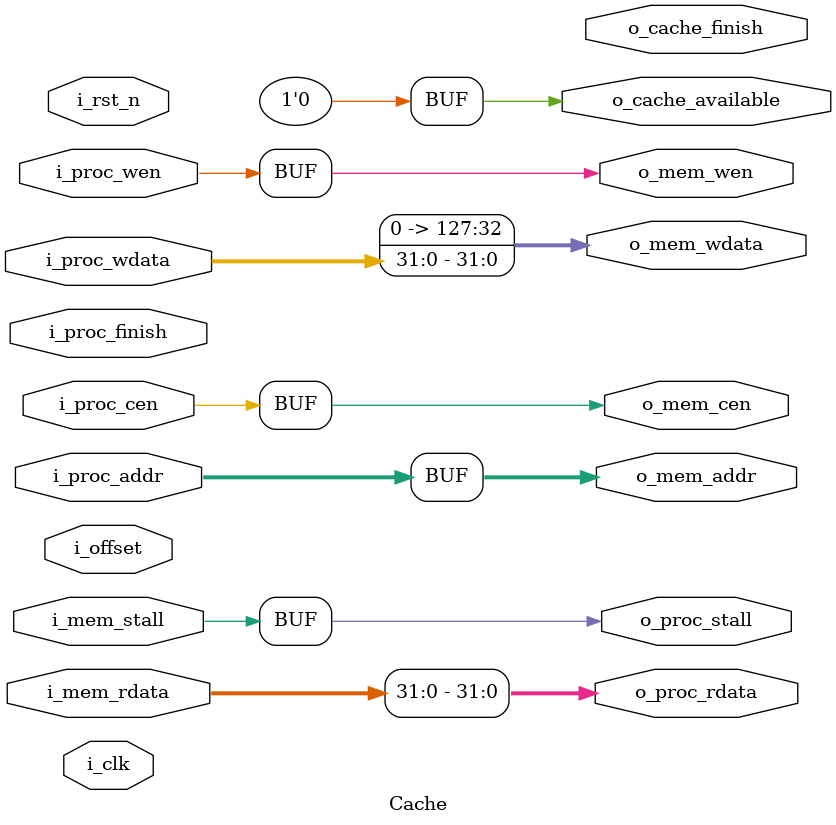
<source format=v>
module CHIP #(                                                                                  //
    parameter BIT_W = 32                                                                        //
)(                                                                                              //
    // clock                                                                                    //
        input               i_clk,                                                              //
        input               i_rst_n,                                                            //
    // instruction memory                                                                       //
        input  [BIT_W-1:0]  i_IMEM_data,                                                        //
        output [BIT_W-1:0]  o_IMEM_addr,                                                        //
        output              o_IMEM_cen,                                                         //
    // data memory                                                                              //
        input               i_DMEM_stall,                                                       //
        input  [BIT_W-1:0]  i_DMEM_rdata,                                                       //
        output              o_DMEM_cen,                                                         //
        output              o_DMEM_wen,                                                         //
        output [BIT_W-1:0]  o_DMEM_addr,                                                        //
        output [BIT_W-1:0]  o_DMEM_wdata,                                                       //
    // finnish procedure                                                                        //
        output              o_finish,                                                           //
    // cache                                                                                    //
        input               i_cache_finish,                                                     //
        output              o_proc_finish                                                       //
);                                                                                              //
//----------------------------- DO NOT MODIFY THE I/O INTERFACE!! ------------------------------//

// ------------------------------------------------------------------------------------------------------------------------------------------------------
// Parameters
// ------------------------------------------------------------------------------------------------------------------------------------------------------

    // TODO: any declaration


// ------------------------------------------------------------------------------------------------------------------------------------------------------
// Wires and Registers
// ------------------------------------------------------------------------------------------------------------------------------------------------------
    
    // TODO: any declaration
        reg [BIT_W-1:0] PC, next_PC;
        wire mem_cen, mem_wen;
        wire [BIT_W-1:0] mem_addr, mem_wdata, mem_rdata;
        wire mem_stall;

    //ID
    reg [4:0]  id_rs1_r, id_rs1_w, id_rs2_r, id_rs2_w, id_rd_r, id_rd_w;
    reg [2:0]  id_func3_r, id_func3_w;
    reg [6:0]  id_func7_r, id_func7_w;
    reg [63:0] id_imm_r, id_imm_w;
    reg id_branch_r, id_branch_w;
    reg id_jump_r, id_jump_w;
    reg id_jr_r, id_jr_w;
    reg id_memread_r, id_memread_w;
    reg id_memtoreg_r, id_memtoreg_w;
    reg [1:0] id_alu_op_r, id_alu_op_w;
    reg id_memwrite_r, id_memwrite_w;
    reg id_alu_src_r, id_alu_src_w;
    reg id_regwrite_r, id_regwrite_w;
    reg id_end_r, id_end_w; 


    //EX
    wire [31:0] rs1_output, rs2_output;
    reg [31:0] ex_pc_cal_w, ex_pc_cal_r;
    reg [31:0] ex_result_w, ex_result_r;
    reg ex_memread_r, ex_memread_w;
    reg ex_memtoreg_r, ex_memtoreg_w;
    reg ex_memwrite_r, ex_memwrite_w;
    reg ex_regwrite_r, ex_regwrite_w;
    reg [4:0] ex_rs1_r, ex_rs1_w;
    reg [4:0] ex_rd_r, ex_rd_w;
    reg ex_branch_r, ex_branch_w;
    reg ex_jump_r, ex_jump_w;
    reg ex_jr_r, ex_jr_w;
    reg ex_end_r, ex_end_w;
    reg [31:0] ex_reg_rs1_r, ex_reg_rs1_w;
    reg [31:0] ex_reg_rs2_r, ex_reg_rs2_w;
    reg [31:0] ex_imm_r, ex_imm_w;

    //MEM
    reg [31:0] mem_out_w, mem_out_r;
    reg [4:0] mem_rs1_w, mem_rs1_r;
    reg [4:0] mem_rd_w, mem_rd_r;
    reg [31:0] mem_result_w, mem_result_r;
    reg mem_memtoreg_w, mem_memtoreg_r;
    reg mem_regwrite_w, mem_regwrite_r;
    reg mem_memread_r, mem_memread_w;
    reg mem_memwrite_r, mem_memwrite_w;
    reg [31:0] mem_reg_rs1_r, mem_reg_rs1_w;
    reg [31:0] mem_reg_rs2_r, mem_reg_rs2_w;
    reg [31:0] mem_imm_r, mem_imm_w;
    reg mem_jump_r, mem_jump_w;
    reg mem_jr_r, mem_jr_w;

    // reg mem_addr_w, mem_addr_r;

    reg state_w, state_r; //0 : normal, 1 : multiply stall


    reg finish_w, finish_r;

    reg wb_regwrite_w, wb_regwrite_r;
    reg [31:0] wb_rdata_w, wb_rdata_r;
    reg [4:0] wb_rd_r, wb_rd_w;

    wire alu_done;
    wire [63:0] alu_output;
    wire alu_valid;

    reg alu_valid_r, alu_valid_w;
// ------------------------------------------------------------------------------------------------------------------------------------------------------
// Continuous Assignment
// ------------------------------------------------------------------------------------------------------------------------------------------------------

    // TODO: any wire assignment

    assign o_IMEM_addr   = PC;
    assign o_IMEM_cen    = 1;
    assign o_DMEM_cen    = mem_memread_r || mem_memwrite_r;
    assign o_DMEM_wen    = mem_memwrite_r;
    assign o_DMEM_addr   = mem_result_r;
    assign o_DMEM_wdata  = mem_reg_rs2_r;
    assign o_finish      = finish_r;
    // assign o_proc_finish =  
    assign alu_valid = state_r;

    wire hazard;
    assign hazard = (i_DMEM_stall == 0 && ex_end_r == 0 && (id_rs1_r != ex_rd_r || id_rs1_r == 0) && (id_rs2_r != ex_rd_r || id_rs2_r == 0) && (id_rs1_r != mem_rd_r || id_rs1_r == 0) && (id_rs2_r != mem_rd_r || id_rs2_r == 0));

// ------------------------------------------------------------------------------------------------------------------------------------------------------
// Submoddules
// ------------------------------------------------------------------------------------------------------------------------------------------------------

    // TODO: Reg_file wire connection
    // FIXME: fixed the input of regfile
    Reg_file reg0(               
        .i_clk  (i_clk),             
        .i_rst_n(i_rst_n),         
        .wen    (wb_regwrite_r),          
        .rs1    (id_rs1_r),                
        .rs2    (id_rs2_r),                
        .rd     (wb_rd_r),                 
        .wdata  (wb_rdata_r),             
        .rdata1 (rs1_output),           
        .rdata2 (rs2_output)
    );

    MULDIV_unit alu0(
        .i_clk(i_clk),
        .i_rst_n(i_rst_n),
        .i_valid(alu_valid_r),
        .i_A(ex_reg_rs1_r),
        .i_B(ex_reg_rs2_r),
        .i_inst(3'd6),
        .o_data(alu_output),
        .o_done(alu_done)
    );

/*
    input                       i_clk,   // clock
    input                       i_rst_n, // reset

    input                       i_valid, // input valid signal
    input [32 - 1 : 0]      i_A,     // input operand A
    input [32 - 1 : 0]      i_B,     // input operand B
    input [         2 : 0]      i_inst,  // instruction

    output [2*32 - 1 : 0]   o_data,  // output value
    output                      o_done   // output valid signal
*/

// ------------------------------------------------------------------------------------------------------------------------------------------------------
// Always Blocks
// ------------------------------------------------------------------------------------------------------------------------------------------------------
    


//TODO: ID

    always @(*) begin
        if(hazard == 0 || state_r) begin
            id_rs1_w      = id_rs1_r;
            id_rs2_w      = id_rs2_r;
            id_rd_w       = id_rd_r;
            id_func3_w    = id_func3_r; 
            id_func7_w    = id_func7_r;
            id_branch_w   = id_branch_r;
            id_memread_w  = id_memread_r;
            id_alu_op_w   = id_alu_op_r;
            id_memwrite_w = id_memwrite_r;
            id_alu_src_w  = id_alu_src_r;
            id_regwrite_w = id_regwrite_r;
            id_imm_w      = id_imm_r;  
            id_jump_w     = id_jump_r;
            id_jr_w       = id_jr_r;
            id_end_w      = id_end_r;  
            id_memtoreg_w = id_memread_r;          
        end
        else if(id_jump_r || ex_jump_r || mem_jump_r) begin
            id_rs1_w      = 0;
            id_rs2_w      = 0;
            id_rd_w       = 0;
            id_func3_w    = 0; 
            id_func7_w    = 0;
            id_branch_w   = 0;
            id_memread_w  = 0;
            id_alu_op_w   = 0;
            id_memwrite_w = 0;
            id_alu_src_w  = 0;
            id_regwrite_w = 0;
            id_imm_w      = 0;  
            id_jump_w     = 0;
            id_jr_w       = 0;
            id_end_w      = 0;
            id_memtoreg_w = 0;  
        end
        else if(ex_result_r == 0 & ex_branch_r == 1) begin
            id_rs1_w      = 0;
            id_rs2_w      = 0;
            id_rd_w       = 0;
            id_func3_w    = 0; 
            id_func7_w    = 0;
            id_branch_w   = 0;
            id_memread_w  = 0;
            id_alu_op_w   = 0;
            id_memwrite_w = 0;
            id_alu_src_w  = 0;
            id_regwrite_w = 0;
            id_imm_w      = 0;  
            id_jump_w     = 0;
            id_jr_w       = 0;
            id_end_w      = 0;  
            id_memtoreg_w = 0;
        end
        else begin
            id_rs1_w   = i_IMEM_data[19:15];
            id_rs2_w   = i_IMEM_data[24:20];
            id_rd_w    = i_IMEM_data[11:7];
            id_func3_w = i_IMEM_data[14:12]; 
            id_func7_w = i_IMEM_data[31:25];
            if(i_IMEM_data[6:0] == 7'b1100011)begin //branch (SB type) //FINISH
                id_branch_w   = 1;
                id_memread_w  = 0;
                id_memtoreg_w = 0;
                id_alu_op_w   = 2'b01;
                id_memwrite_w = 0;
                id_alu_src_w  = 0; // 0 : from another register, 1 : from immediate 
                id_regwrite_w = 0;
                id_imm_w[63:13] = {51{i_IMEM_data[31]}};
                id_imm_w[12]    = i_IMEM_data[31];
                id_imm_w[11]    = i_IMEM_data[7];
                id_imm_w[10:5]  = i_IMEM_data[30:25];
                id_imm_w[4:1]   = i_IMEM_data[11:8];
                id_imm_w[0]     = 0;
                id_jump_w     = 0;
                id_jr_w       = 0;
                id_end_w      = 0;
            end
            else if(i_IMEM_data[6:0] == 7'b0010111)begin //auipc (U type) //FINISH
                id_branch_w   = 0;
                id_memread_w  = 0;
                id_memtoreg_w = 0;
                id_alu_op_w   = 2'b11;
                id_memwrite_w = 0;
                id_alu_src_w  = 1; // 0 : from another register, 1 : from immediate   
                id_regwrite_w = 1;
                id_imm_w[63:32] = 0;
                id_imm_w[31:12] = i_IMEM_data[31:12];
                id_imm_w[11:0]  = 0;      
                id_jump_w       = 0;
                id_jr_w         = 0;
                id_end_w        = 0;
            end
            else if(i_IMEM_data[6:0] == 7'b1101111)begin //jal (UJ type) //FINISH
                id_branch_w   = 0;
                id_memread_w  = 0;
                id_memtoreg_w = 0;
                id_alu_op_w   = 2'b01;
                id_memwrite_w = 0;
                id_alu_src_w  = 1; // 0 : from another register, 1 : from immediate 
                id_regwrite_w = 1;
                if(i_IMEM_data[31] == 0) begin
                    id_imm_w[63:21] = 0;
                end
                else begin
                    id_imm_w[63:21] = {43{1'b1}};
                end
                id_imm_w[20]    = i_IMEM_data[31];
                id_imm_w[19:12] = i_IMEM_data[19:12];
                id_imm_w[11]    = i_IMEM_data[20];
                id_imm_w[10:1]  = i_IMEM_data[30:21];
                id_imm_w[0]     = 0;
                id_jump_w       = 1;
                id_jr_w         = 0;
                id_end_w        = 0;
            end
            else if(i_IMEM_data[6:0] == 7'b1100111)begin //jalr (I type) //FINISH
                id_branch_w     = 0;
                id_memread_w    = 0;
                id_memtoreg_w   = 0;
                id_alu_op_w     = 2'b01;
                id_memwrite_w   = 0;
                id_alu_src_w    = 1;
                id_regwrite_w   = 1;
                if(i_IMEM_data[31] == 0) begin
                    id_imm_w[63:12] = 0;
                end
                else begin
                    id_imm_w[63:12] = {52{1'b1}};
                end
                id_imm_w[11:0]  = i_IMEM_data[31:20];
                id_jump_w       = 1;
                id_jr_w         = 1;
                id_end_w        = 0;
            end
            else if(i_IMEM_data[6:0] == 7'b0000011)begin //lw  (I type) //FINISH
                id_branch_w   = 0;
                id_memread_w  = 1;
                id_memtoreg_w = 1;
                id_alu_op_w   = 2'b00;
                id_memwrite_w = 0;
                id_alu_src_w  = 1; // 0 : from another register, 1 : from immediate 
                id_regwrite_w = 1;
                id_imm_w[63:12] = 0;
                id_imm_w[11:0]  = i_IMEM_data[31:20];
                id_jump_w       = 0;
                id_jr_w         = 0;
                id_end_w        = 0;
            end
            else if(i_IMEM_data[6:0] == 7'b0100011)begin //sw  (S type) //FINISH
                id_branch_w   = 0;
                id_memread_w  = 0;
                id_memtoreg_w = 0;
                id_alu_op_w   = 2'b00;
                id_memwrite_w = 1;
                id_alu_src_w  = 1; // 0 : from another register, 1 : from immediate
                id_regwrite_w = 0;
                id_imm_w[63:12] = 0;
                id_imm_w[11:5]  = i_IMEM_data[31:25];
                id_imm_w[4:0]   = i_IMEM_data[11:7]; 
                id_jump_w       = 0;  
                id_jr_w         = 0;    
                id_end_w        = 0;     
            end
            else if(i_IMEM_data[6:0] == 7'b0010011)begin //addi (I type) //FINISH
                id_branch_w   = 0;
                id_memread_w  = 0;
                id_memtoreg_w = 0;
                id_alu_op_w   = 2'b10;
                id_memwrite_w = 0;
                id_alu_src_w  = 1; // 0 : from another register, 1 : from immediate 
                id_regwrite_w = 1;
                id_imm_w[63:12] = {52{i_IMEM_data[31]}};
                id_imm_w[11:0]  = i_IMEM_data[31:20];
                id_jump_w       = 0;
                id_jr_w         = 0;
                id_end_w        = 0;
            end
            else if(i_IMEM_data[6:0] == 7'b0110011)begin //add  (R type) //FINISH
                id_branch_w   = 0;
                id_memread_w  = 0;
                id_memtoreg_w = 0;
                id_alu_op_w   = 2'b10;
                id_memwrite_w = 0;
                id_alu_src_w  = 0; // 0 : from another register, 1 : from immediate 
                id_regwrite_w = 1;
                id_imm_w      = 0;
                id_jump_w     = 0;
                id_jr_w       = 0;
                id_end_w      = 0;
            end
            else if(i_IMEM_data[6:0] == 7'b1110011)begin //ecall (I type)  //FINISH
                id_branch_w   = 0;
                id_memread_w  = 0;
                id_memtoreg_w = 0;
                id_alu_op_w   = 2'b00;
                id_memwrite_w = 0;
                id_alu_src_w  = 0; // 0 : from another register, 1 : from immediate 
                id_regwrite_w = 0;
                id_imm_w      = 0;
                id_jump_w     = 0;
                id_jr_w       = 0;
                id_end_w      = 1;
            end
            else begin  //FINISH
                id_branch_w   = 0;
                id_memread_w  = 0;
                id_memtoreg_w = 0;
                id_alu_op_w   = 2'b00;
                id_memwrite_w = 0;
                id_alu_src_w  = 0; // 0 : from another register, 1 : from immediate 
                id_regwrite_w = 0;
                id_imm_w      = 0;
                id_jump_w     = 0;
                id_jr_w       = 0;
                id_end_w      = 0;
            end
        end
    end

//TODO: EX



    always @(*) begin
        if(i_DMEM_stall) begin
            ex_pc_cal_w   = ex_pc_cal_r;
            ex_memread_w  = ex_memread_r;
            ex_memtoreg_w = ex_memtoreg_r;
            ex_memwrite_w = ex_memwrite_r;
            ex_regwrite_w = ex_regwrite_r; 
            ex_rd_w       = ex_rd_r;
            ex_branch_w   = ex_branch_r;
            ex_jump_w     = ex_jump_r;
            ex_jr_w       = ex_jr_r;
            ex_end_w      = ex_end_r;
            ex_reg_rs1_w  = ex_reg_rs1_r;
            ex_reg_rs2_w  = ex_reg_rs2_r;
            ex_imm_w      = ex_imm_r;
            ex_result_w   = ex_result_r; 
            ex_rs1_w      = ex_rs1_r;
            state_w       = state_r; 
            alu_valid_w   = 0; 
        end
        // else if(state_r || (id_func3_r === 3'b000 && id_func7_r === 7'b0110011)) begin
        else if(state_r) begin
            ex_pc_cal_w   = ex_pc_cal_r;
            ex_memread_w  = ex_memread_r;
            ex_memtoreg_w = ex_memtoreg_r;
            ex_memwrite_w = ex_memwrite_r;
            ex_regwrite_w = ex_regwrite_r; 
            ex_rd_w       = ex_rd_r;
            ex_branch_w   = ex_branch_r;
            ex_jump_w     = ex_jump_r;
            ex_jr_w       = ex_jr_r;
            ex_end_w      = ex_end_r;
            ex_reg_rs1_w  = ex_reg_rs1_r;
            ex_reg_rs2_w  = ex_reg_rs2_r;
            ex_imm_w      = ex_imm_r;
            ex_result_w   = alu_output[31:0]; 
            ex_rs1_w      = ex_rs1_r;
            alu_valid_w   = 0;
            if(alu_done) begin
                state_w = 0;
            end
            else begin
                state_w = 1;
            end
        end
        else if(ex_result_r == 0 & ex_branch_r == 1) begin
            ex_pc_cal_w   = 0;
            ex_memread_w  = 0;
            ex_memtoreg_w = 0;
            ex_memwrite_w = 0;
            ex_regwrite_w = 0; 
            ex_rd_w       = 0;
            ex_branch_w   = 0;
            ex_jump_w     = 0;
            ex_jr_w       = 0;
            ex_end_w      = 0;
            ex_reg_rs1_w  = 0;
            ex_reg_rs2_w  = 0;
            ex_imm_w      = 0;
            ex_result_w   = 0;   
            state_w       = state_r; 
            alu_valid_w   = 0;   
            ex_rs1_w      = 0;      
        end
        else if((id_rs1_r == ex_rd_r && id_rs1_r != 0) || (id_rs2_r == ex_rd_r && id_rs2_r != 0) || (id_rs1_r == mem_rd_r && id_rs1_r != 0) || (id_rs2_r == mem_rd_r && id_rs2_r != 0)) begin
            ex_pc_cal_w   = 0;
            ex_memread_w  = 0;
            ex_memtoreg_w = 0;
            ex_memwrite_w = 0;
            ex_regwrite_w = 0; 
            ex_rd_w       = 0;
            ex_branch_w   = 0;
            ex_jump_w     = 0;
            ex_jr_w       = 0;
            ex_end_w      = 0;
            ex_reg_rs1_w  = 0;
            ex_reg_rs2_w  = 0;
            ex_imm_w      = 0;
            ex_result_w   = 0;   
            state_w       = state_r;
            alu_valid_w   = 0;
            ex_rs1_w      = 0;        
        end
        else if(i_DMEM_stall == 0 && ex_end_r == 0) begin
            ex_pc_cal_w   = PC + id_imm_r - 4;
            ex_memread_w  = id_memread_r;
            ex_memtoreg_w = id_memtoreg_r;
            ex_memwrite_w = id_memwrite_r;
            ex_regwrite_w = id_regwrite_r; 
            ex_rd_w       = id_rd_r;
            ex_branch_w   = id_branch_r;
            ex_jump_w     = id_jump_r;
            ex_jr_w       = id_jr_r;
            ex_end_w      = id_end_r;
            ex_reg_rs1_w  = rs1_output;
            ex_reg_rs2_w  = rs2_output;
            ex_imm_w      = id_imm_r[31:0];
            ex_rs1_w      = id_rs1_r;
            if(id_alu_src_r == 0) begin // alu source is reg
                if(id_alu_op_r == 2'b00) begin
                    ex_result_w = rs1_output + rs2_output;
                    state_w     = state_r;
                    alu_valid_w = 0;
                end
                else if(id_alu_op_r == 2'b01) begin //branch
                    state_w     = state_r;
                    alu_valid_w = 0;
                    if(id_func3_r == 3'b000) begin  //BEQ
                        if(rs1_output == rs2_output) begin
                            ex_result_w = 0;
                        end
                        else begin
                            ex_result_w = 1;
                        end
                    end
                    else if(id_func3_r == 3'b001) begin //BNE
                        if(rs1_output == rs2_output) begin
                            ex_result_w = 1;
                        end
                        else begin
                            ex_result_w = 0;
                        end
                    end
                    else if(id_func3_r == 3'b100) begin //BLT
                        if($signed(rs1_output) < $signed(rs2_output)) begin
                            ex_result_w = 0;
                        end
                        else begin
                            ex_result_w = 1;
                        end
                    end
                    else if(id_func3_r == 3'b101) begin //BGE
                        if($signed(rs1_output) >= $signed(rs2_output)) begin
                            ex_result_w = 0;
                        end
                        else begin
                            ex_result_w = 1;
                        end
                    end
                    else begin
                        ex_result_w = 1;
                    end
                end
                else if(id_alu_op_r == 2'b10) begin
                    if(id_func3_r == 3'b000 && id_func7_r == 7'b0000000) begin //add
                        ex_result_w = rs1_output + rs2_output;
                        state_w     = state_r;
                        alu_valid_w       = 0;
                    end
                    else if(id_func3_r == 3'b000 && id_func7_r == 7'b0100000) begin //sub
                        ex_result_w = $signed(rs1_output) - $signed(rs2_output);
                        state_w     = state_r;
                        alu_valid_w = 0;
                    end
                    else if(id_func3_r == 3'b100 && id_func7_r == 7'b0000000) begin //xor
                        ex_result_w = rs1_output ^ rs2_output;
                        state_w     = state_r;
                        alu_valid_w = 0;
                    end
                    else if(id_func3_r == 3'b111 && id_func7_r == 7'b0000000) begin //and
                        ex_result_w = rs1_output & rs2_output;
                        state_w     = state_r;
                        alu_valid_w = 0;
                    end
                    else begin //mul
                        ex_result_w = 0; //FIXME: change this into alu in HW2
                        state_w     = 1;
                        alu_valid_w = 1;
                        // state_w     = state_r;
                    end
                end
                else if(id_alu_op_r == 2'b11) begin //Nothing
                    ex_result_w = 0;
                    state_w     = state_r;
                    alu_valid_w = 0;
                end
            end
            else begin           // alu source is imm
                state_w = state_r;
                alu_valid_w = 0;
                if(id_alu_op_r == 2'b00) begin // lw, sw
                    ex_result_w = rs1_output + id_imm_r;
                end
                else if(id_alu_op_r == 2'b01) begin //jal, jalr
                    ex_result_w = PC;
                end
                else if(id_alu_op_r == 2'b10) begin //I type
                    if(id_func3_r == 3'b000) begin // addi
                        ex_result_w = rs1_output + id_imm_r;
                    end
                    else if(id_func3_r == 3'b010) begin //slti
                        if($signed(rs1_output) < $signed(id_imm_r[11:0])) begin
                            ex_result_w = 1;
                        end
                        else begin
                            ex_result_w = 0;
                        end
                    end
                    else if(id_func3_r == 3'b001) begin //slli
                        ex_result_w = rs1_output << id_imm_r;
                    end
                    else if(id_func3_r == 3'b101) begin //srai
                        ex_result_w = $signed(rs1_output) >>> id_imm_r;
                    end
                    else begin //Nothing
                        ex_result_w = 0;
                    end
                end
                else if(id_alu_op_r == 2'b11) begin //auipc
                    ex_result_w = id_imm_r[31:0] + PC - 4;
                end
            end
        end
        else begin
            ex_pc_cal_w   = ex_pc_cal_r;
            ex_memread_w  = ex_memread_r;
            ex_memtoreg_w = ex_memtoreg_r;
            ex_memwrite_w = ex_memwrite_r;
            ex_regwrite_w = ex_regwrite_r; 
            ex_rs1_w      = ex_rs1_r;
            ex_rd_w       = ex_rd_r;
            ex_result_w   = ex_result_r;
            ex_branch_w   = ex_branch_r;
            ex_jump_w     = ex_jump_r;
            ex_jr_w       = ex_jr_r;
            ex_end_w      = ex_end_r;
            ex_reg_rs1_w  = ex_reg_rs1_r;
            ex_reg_rs2_w  = ex_reg_rs2_r;
            ex_imm_w      = ex_imm_r;
            state_w       = state_r;
            alu_valid_w   = 0;
        end
    end
//TODO: MEM

    always @(*) begin
        if(state_r) begin
            mem_rs1_w      = 0;
            mem_rd_w       = 0;
            mem_result_w   = 0;
            mem_memtoreg_w = 0;
            mem_regwrite_w = 0;
            mem_out_w      = 0;
            mem_memread_w  = 0;
            mem_memwrite_w = 0;
            mem_reg_rs1_w  = 0;
            mem_reg_rs2_w  = 0;
            mem_imm_w      = 0;
            mem_jump_w     = 0;
            mem_jr_w       = 0;
        end
        else if(i_DMEM_stall == 0) begin
            mem_rs1_w      = ex_rs1_r;
            mem_rd_w       = ex_rd_r;
            mem_result_w   = ex_result_r;
            mem_memtoreg_w = ex_memtoreg_r;
            mem_regwrite_w = ex_regwrite_r;
            mem_memread_w  = ex_memread_r;
            mem_memwrite_w = ex_memwrite_r;
            mem_reg_rs1_w  = ex_reg_rs1_r;
            mem_reg_rs2_w  = ex_reg_rs2_r;
            mem_imm_w      = ex_imm_r;
            mem_jump_w     = ex_jump_r;
            mem_jr_w       = ex_jr_r;
            if(ex_memread_r || ex_memwrite_r) begin
                if(ex_memread_r) begin
                    mem_out_w  = i_DMEM_rdata; 
                end
                else begin
                    mem_out_w = 0;
                end
            end
            // if(mem_memread_r) begin
            //     if(mem_memread_r) begin
            //         mem_out_w  = i_DMEM_rdata; 
            //     end
            //     else begin
            //         mem_out_w = 0;
            //     end
            // end
            else begin
                mem_out_w = 0;
            end
        end
        else begin
            mem_rs1_w      = mem_rs1_r;
            mem_rd_w       = mem_rd_r;
            mem_result_w   = mem_result_r;
            mem_memtoreg_w = mem_memtoreg_r;
            mem_regwrite_w = mem_regwrite_r;
            mem_out_w      = mem_out_r;
            mem_memread_w  = mem_memread_r;
            mem_memwrite_w = mem_memwrite_r;
            mem_reg_rs1_w  = mem_reg_rs1_r;
            mem_reg_rs2_w  = mem_reg_rs2_r;
            mem_imm_w      = mem_imm_r;
            mem_jump_w     = mem_jump_r;
            mem_jr_w       = mem_jr_r;
        end
    end


//TODO: WB

    always @(*) begin
        wb_rd_w = mem_rd_r;
        if(ex_end_r) begin
            wb_regwrite_w = 0;
            wb_rdata_w    = 0;
        end
        else begin
            if(mem_regwrite_r) begin
                if(mem_memtoreg_r) begin
                    wb_regwrite_w = 1;
                    // wb_rdata_w = mem_out_r;
                    wb_rdata_w = i_DMEM_rdata;
                end
                else begin
                    wb_regwrite_w = 1;
                    wb_rdata_w = mem_result_r;
                end
            end
            else begin
                wb_regwrite_w = 0;
                wb_rdata_w = 0;
            end
        end
    end

//TODO: Branch
    always @(*) begin
        if(i_DMEM_stall == 0 && ex_end_r == 0 && state_r == 0) begin 
            if(ex_branch_r && ex_result_r == 0) begin
                next_PC = ex_pc_cal_r;
            end
            else if(mem_jump_r) begin
                if(mem_jr_r) begin //jalr
                    if(mem_rs1_r == wb_rd_r && wb_regwrite_r) begin
                        next_PC = wb_rdata_r + mem_imm_r;
                    end
                    else begin
                        next_PC = mem_reg_rs1_r + mem_imm_r;
                    end

                end
                else begin //jal
                    next_PC = PC + mem_imm_r - 12;
                end
            end
            else begin
                if((id_rs1_r != ex_rd_r || id_rs1_r == 0) && (id_rs2_r != ex_rd_r || id_rs2_r == 0) && (id_rs1_r != mem_rd_r || id_rs1_r == 0) && (id_rs2_r != mem_rd_r || id_rs2_r == 0)) begin
                    next_PC = PC + 4;
                end
                else begin
                    next_PC = PC;
                end
            end
        end
        else begin
            next_PC = PC;
        end
    end


    always @(*) begin
        if(ex_end_r) begin
            finish_w = 1;
        end 
        else begin
            finish_w = 0;
        end
    end

    // Todo: any combinational/sequential circuit

    always @(posedge i_clk or negedge i_rst_n) begin
        if (!i_rst_n) begin
            PC <= 32'h00010000; // Do not modify this value!!!
            id_rs1_r       <= 0;
            id_rs2_r       <= 0;
            id_rd_r        <= 0;
            id_branch_r    <= 0;
            id_memread_r   <= 0;
            id_memtoreg_r  <= 0;
            id_alu_op_r    <= 0;
            id_memwrite_r  <= 0;
            id_alu_src_r   <= 0;
            id_regwrite_r  <= 0;
            id_func3_r     <= 0;
            id_func7_r     <= 0;
            id_jump_r      <= 0;
            id_jr_r        <= 0;
            id_end_r       <= 0;
            id_imm_r       <= 0;
            ex_pc_cal_r    <= 0;
            ex_memread_r   <= 0;
            ex_memtoreg_r  <= 0;
            ex_memwrite_r  <= 0;
            ex_regwrite_r  <= 0; 
            ex_rs1_r       <= 0;
            ex_rd_r        <= 0;
            ex_result_r    <= 0;
            ex_branch_r    <= 0;
            ex_reg_rs1_r   <= 0;
            ex_reg_rs2_r   <= 0;
            ex_imm_r       <= 0;
            ex_end_r       <= 0;
            ex_jump_r      <= 0;
            ex_jr_r        <= 0;
            mem_rs1_r      <= 0;
            mem_rd_r       <= 0;
            mem_result_r   <= 0;
            mem_memtoreg_r <= 0;
            mem_regwrite_r <= 0;
            mem_out_r      <= 0;
            mem_memread_r  <= 0;
            mem_memwrite_r <= 0;
            mem_reg_rs1_r  <= 0;
            mem_reg_rs2_r  <= 0;
            mem_imm_r      <= 0;
            mem_jump_r     <= 0;
            mem_jr_r       <= 0;
            wb_rdata_r     <= 0;
            wb_regwrite_r  <= 0;
            wb_rd_r        <= 0;
            finish_r       <= 0;
            state_r        <= 0;
            alu_valid_r    <= 0;
        end
        else begin
            PC             <= next_PC;
            id_rs1_r       <= id_rs1_w;
            id_rs2_r       <= id_rs2_w;
            id_rd_r        <= id_rd_w;
            id_branch_r    <= id_branch_w;
            id_memread_r   <= id_memread_w;
            id_memtoreg_r  <= id_memtoreg_w;
            id_alu_op_r    <= id_alu_op_w;
            id_memwrite_r  <= id_memwrite_w;
            id_alu_src_r   <= id_alu_src_w;
            id_regwrite_r  <= id_regwrite_w;
            id_func3_r     <= id_func3_w;
            id_func7_r     <= id_func7_w;
            id_jump_r      <= id_jump_w;
            id_jr_r        <= id_jr_w;
            id_end_r       <= id_end_w;
            id_imm_r       <= id_imm_w;
            ex_pc_cal_r    <= ex_pc_cal_w;
            ex_memread_r   <= ex_memread_w;
            ex_memtoreg_r  <= ex_memtoreg_w;
            ex_memwrite_r  <= ex_memwrite_w;
            ex_regwrite_r  <= ex_regwrite_w; 
            ex_rs1_r       <= ex_rs1_w;
            ex_rd_r        <= ex_rd_w;
            ex_result_r    <= ex_result_w;
            ex_branch_r    <= ex_branch_w;
            ex_reg_rs1_r   <= ex_reg_rs1_w;
            ex_reg_rs2_r   <= ex_reg_rs2_w;
            ex_imm_r       <= ex_imm_w;
            ex_end_r       <= ex_end_w;
            ex_jump_r      <= ex_jump_w;
            ex_jr_r        <= ex_jr_w;
            mem_rs1_r      <= mem_rs1_w;
            mem_rd_r       <= mem_rd_w;
            mem_result_r   <= mem_result_w;
            mem_memtoreg_r <= mem_memtoreg_w;
            mem_regwrite_r <= mem_regwrite_w;
            mem_out_r      <= mem_out_w;
            mem_memread_r  <= mem_memread_w;
            mem_memwrite_r <= mem_memwrite_w;
            mem_reg_rs1_r  <= mem_reg_rs1_w;
            mem_reg_rs2_r  <= mem_reg_rs2_w;
            mem_imm_r      <= mem_imm_w;
            mem_jump_r     <= mem_jump_w;
            mem_jr_r       <= mem_jr_w;
            wb_rdata_r     <= wb_rdata_w;
            wb_regwrite_r  <= wb_regwrite_w;
            wb_rd_r        <= wb_rd_w;
            finish_r       <= finish_w;
            state_r        <= state_w;
            alu_valid_r    <= alu_valid_w;
        end
    end
endmodule

module Reg_file(i_clk, i_rst_n, wen, rs1, rs2, rd, wdata, rdata1, rdata2);
   
    parameter BITS = 32;
    parameter word_depth = 32;
    parameter addr_width = 5; // 2^addr_width >= word_depth
    
    input i_clk, i_rst_n, wen; // wen: 0:read | 1:write
    input [BITS-1:0] wdata;
    input [addr_width-1:0] rs1, rs2, rd;

    output [BITS-1:0] rdata1, rdata2;

    reg [BITS-1:0] mem [0:word_depth-1];
    reg [BITS-1:0] mem_nxt [0:word_depth-1];

    integer i;

    assign rdata1 = mem[rs1];
    assign rdata2 = mem[rs2];

    wire [31:0] _x0, _x1, _x2, _x3, _x4, _x5, _x6, _x7, _x8, _x9, _x10, _x11, _x12, _x13, _x14, _x15, _x16, _x17, _x18, _x19, _x20;
    wire [31:0] _x21, _x22, _x23, _x24, _x25, _x26, _x27, _x28, _x29, _x30, _x31;

    assign _x0 = mem[0];
    assign _x1 = mem[1];
    assign _x2 = mem[2];
    assign _x3 = mem[3];
    assign _x4 = mem[4];
    assign _x5 = mem[5];
    assign _x6 = mem[6];
    assign _x7 = mem[7];
    assign _x8 = mem[8];
    assign _x9 = mem[9];
    assign _x10 = mem[10];
    assign _x11 = mem[11];
    assign _x12 = mem[12];
    assign _x13 = mem[13];
    assign _x14 = mem[14];
    assign _x15 = mem[15];
    assign _x16 = mem[16];
    assign _x17 = mem[17];
    assign _x18 = mem[18];
    assign _x19 = mem[19];
    assign _x20 = mem[20];
    assign _x21 = mem[21];
    assign _x22 = mem[22];
    assign _x23 = mem[23];
    assign _x24 = mem[24];
    assign _x25 = mem[25];
    assign _x26 = mem[26];
    assign _x27 = mem[27];
    assign _x28 = mem[28];
    assign _x29 = mem[29];
    assign _x30 = mem[30];
    assign _x31 = mem[31];

    always @(*) begin
        for (i=0; i<word_depth; i=i+1)
            mem_nxt[i] = (wen && (rd == i)) ? wdata : mem[i];
    end

    always @(negedge i_clk or negedge i_rst_n) begin
        if (!i_rst_n) begin
            mem[0] <= 0;
            for (i=1; i<word_depth; i=i+1) begin
                case(i)
                    32'd2: mem[i] <= 32'hbffffff0;
                    32'd3: mem[i] <= 32'h10008000;
                    default: mem[i] <= 32'h0;
                endcase
            end
        end
        else begin
            mem[0] <= 0;
            for (i=1; i<word_depth; i=i+1)
                mem[i] <= mem_nxt[i];
        end       
    end
endmodule


module MULDIV_unit(
    input                       i_clk,   // clock
    input                       i_rst_n, // reset

    input                       i_valid, // input valid signal
    input [32 - 1 : 0]      i_A,     // input operand A
    input [32 - 1 : 0]      i_B,     // input operand B
    input [         2 : 0]      i_inst,  // instruction

    output [2*32 - 1 : 0]   o_data,  // output value
    output                      o_done   // output valid signal
);
// Do not Modify the above part !!!

// Parameters
    // ======== choose your FSM style ==========
    // 1. FSM based on operation cycles
    parameter S_IDLE           = 2'd0;
    parameter S_ONE_CYCLE_OP   = 2'd1;
    parameter S_MULTI_CYCLE_OP = 2'd2;
    // 2. FSM based on operation modes
    parameter INS_ADD  = 3'd0;
    parameter INS_SUB  = 3'd1;
    parameter INS_AND  = 3'd2;
    parameter INS_OR   = 3'd3;
    parameter INS_SLT  = 3'd4;
    parameter INS_SRA  = 3'd5;
    parameter INS_MUL  = 3'd6;
    parameter INS_DIV  = 3'd7;

// Wires & Regs
    // Todo
    // state
    reg  [         1: 0] state, state_nxt; // remember to expand the bit width if you want to add more states!
    // load input
    reg  [  32-1: 0] operand_a, operand_a_nxt;
    reg  [  32-1: 0] operand_b, operand_b_nxt;
    reg  [  32-1: 0] sum;
    reg  [  32-1: 0] minus;
    reg  [         2: 0] inst, inst_nxt;
    reg  [15:0] counter_r, counter_w;

// Wire Assignments
    // Todo
    reg [2*32 - 1 : 0] out_w, out_r;
    reg done_w, done_r;
    assign o_data = out_r;
    assign o_done = done_r;
    reg [2*32 - 1 : 0] alu_w, alu_r;
    
// Always Combination
    // load input
    always @(*) begin
        if (i_valid) begin
            operand_a_nxt = i_A;
            operand_b_nxt = i_B;
            inst_nxt      = i_inst;
        end
        else begin
            operand_a_nxt = operand_a;
            operand_b_nxt = operand_b;
            inst_nxt      = inst;
        end
    end
    // Todo: FSM
    always @(*) begin
        case(state)
            S_IDLE           :begin
                if(i_valid) begin
                    if(i_inst === 3'b111 || i_inst === 3'b110) begin
                        state_nxt = S_MULTI_CYCLE_OP;
                    end
                    else begin
                        state_nxt = S_ONE_CYCLE_OP;
                    end
                end
                else begin
                    state_nxt = state;
                end
                done_w = 1'b0;
            end
            S_ONE_CYCLE_OP   :begin
                state_nxt = S_IDLE;
                done_w = 1'b1;
            end
            S_MULTI_CYCLE_OP : begin
                if(counter_r == 31) begin
                    state_nxt = S_IDLE;
                    done_w = 1'b1;
                end
                else begin
                    state_nxt = state;
                    done_w = 1'b0;
                end
            end
            default : begin
                state_nxt = state;
                done_w = 1'b0;
            end
        endcase
    end 
    // Todo: Counter
    always @(*) begin
        case(state)
            S_IDLE: begin
                alu_w = 0;
                out_w = 0;
            end
            S_ONE_CYCLE_OP: begin
                alu_w = alu_r;
                case(i_inst) 
                    INS_ADD: begin
                        if((sum[31] && !operand_a[31] && !operand_b[31]) || (!sum[31] && operand_a[31] && operand_b[31])) begin
                            out_w[31 : 0] = operand_a[31] ? {1'b1, 31'b0} : {1'b0, 31'b111_1111_1111_1111_1111_1111_1111_1111};
                            out_w[63:32] = 32'b0;
                        end
                        else begin
                            out_w = sum;
                        end
                    end
                    INS_SUB: begin
                        if((minus[31] && !operand_a[31] && operand_b[31]) || (!minus[31] && operand_a[31] && !operand_b[31])) begin
                            out_w[31 : 0] = !operand_b[31] ? {1'b1, 31'b0} : {1'b0, 31'b111_1111_1111_1111_1111_1111_1111_1111};
                            out_w[63 : 32] = 32'b0;
                        end
                        else begin
                            out_w = minus;
                        end              
                    end
                    INS_AND: begin
                        out_w[31 : 0] = operand_a & operand_b;
                        out_w[63 : 32] = 32'b0;
                    end
                    INS_OR: begin
                        out_w[31 : 0] = operand_a | operand_b;
                        out_w[63 : 32] = 32'b0;
                    end
                    INS_SLT: begin
                        if($signed(operand_a) < $signed(operand_b)) begin
                            out_w[0] = 1;
                            out_w[63 : 1] = 0;
                        end
                        else begin
                            out_w = 0;
                        end
                    end
                    INS_SRA: begin
                        out_w[31:0] = $signed(operand_a) >>> operand_b;
                        // if(operand_a >= 0) begin
                        //     out_w[31:0] = operand_a >>> operand_b;
                        // end
                        // else begin
                        //     if(operand_b < 32) begin
                        //         out_w[31:0] = { {operand_b{1'b1}}, operand_a[31:operand_b]};
                        //     end
                        //     else begin
                        //         out_w[31:0] = 32'hffffffff;
                        //     end
                        // end
                        out_w[63:32] = 32'd0;
                    end
                    default: begin
                        out_w = 0;
                    end
                endcase
            end
            S_MULTI_CYCLE_OP: begin
                case(inst) 
                    INS_MUL: begin
                        // out_w[63:0] = alu_r[64:1];
                        out_w[63:0] = alu_w[63:0];
                        if(counter_r == 0) begin
                            alu_w[30:0] = operand_b[31:1];
                            alu_w[62:31] = operand_b[0] ? (operand_a + 32'd0) : 32'd0;
                            alu_w[63] = 0;
                        end
                        else if(counter_r < 32) begin
                            alu_w[30:0] = alu_r[31:1];
                            alu_w[63:31] = alu_r[63:32] + (alu_r[0] ? operand_a : 32'd0);
                        end
                        else begin
                            alu_w = alu_r;
                        end
                    end
                    INS_DIV: begin
                        if(operand_a < operand_b) begin
                            alu_w = alu_r;
                            out_w = {operand_a, 32'd0};
                        end
                        else if(operand_b == 1) begin
                            alu_w = alu_r;
                            out_w = {32'd0, operand_a};
                        end
                        else begin
                            out_w[31: 0] = alu_w[31 : 0];
                            out_w[62 : 32] = alu_w[63 : 33];
                            out_w[63] = 1'b0;
                            if(counter_r == 0) begin
                                alu_w[63:34] = 30'd0;
                                alu_w[33:2] =  operand_a;
                                alu_w[1:0] = 1'b0;
                            end
                            else if(counter_r < 32) begin
                                // alu_w = (alu_r + operand_a) >> 1;
                                if(alu_r[63:32] >= operand_b) begin
                                    alu_w[63:33] = (alu_r[63:32] - operand_b);
                                    alu_w[32:1] = alu_r[31:0];
                                    alu_w[0] = 1;
                                end
                                else begin
                                    alu_w = alu_r << 1;
                                end
                            end
                            else begin
                                alu_w = alu_r;
                            end    
                        end
                    end
                    default: begin
                        out_w = 0;
                        alu_w = alu_r;
                    end
                endcase
            end
            default: begin
                out_w = 0;
                alu_w = alu_r;
            end
        endcase
    end

    // Todo: ALU output
    always @(*) begin
        case(state)
            S_IDLE: begin
                counter_w = 0;
            end
            S_ONE_CYCLE_OP: begin
                counter_w = counter_r + 1;
            end
            S_MULTI_CYCLE_OP: begin
                counter_w = counter_r + 1;
            end
            default: begin
                counter_w = 0;
            end
        endcase
    end
    
    // Todo: output valid signal

    // Todo: Sequential always block
    always @(posedge i_clk or negedge i_rst_n) begin
        if (!i_rst_n) begin
            state       <= S_IDLE;
            operand_a   <= 0;
            operand_b   <= 0;
            inst        <= 0;
            counter_r   <= 0;
            alu_r       <= 0;
            sum         <= 0;
            minus       <= 0;
            out_r       <= 0;
            done_r      <= 0;
        end
        else begin
            state       <= state_nxt;
            operand_a   <= operand_a_nxt;
            operand_b   <= operand_b_nxt;
            inst        <= inst_nxt;
            counter_r   <= counter_w;
            alu_r       <= alu_w;
            sum         <= operand_a_nxt + operand_b_nxt;
            minus       <= $signed(operand_a_nxt) - $signed(operand_b_nxt);
            out_r       <= out_w;
            done_r      <= done_w;
        end
    end

endmodule

/*
module Cache#(
        parameter BIT_W = 32,
        parameter ADDR_W = 32
    )(
        input i_clk,
        input i_rst_n,
        // processor interface
            input i_proc_cen,
            input i_proc_wen,
            input [ADDR_W-1:0] i_proc_addr,
            input [BIT_W-1:0]  i_proc_wdata,
            output [BIT_W-1:0] o_proc_rdata,
            output o_proc_stall,
            input i_proc_finish,
            output o_cache_finish,
        // memory interface
            output o_mem_cen,
            output o_mem_wen,
            output [ADDR_W-1:0] o_mem_addr,
            output [BIT_W*4-1:0]  o_mem_wdata,
            input [BIT_W*4-1:0] i_mem_rdata,
            input i_mem_stall,
            output o_cache_available,
        // others
        input  [ADDR_W-1: 0] i_offset
    );

    localparam S_IDLE    = 3'd0;
    localparam S_R_HIT   = 3'd1;
    localparam S_R_MISS  = 3'd2;
    localparam S_R_FETCH = 3'd3;
    localparam S_W_HIT   = 3'd4;
    localparam S_W_MISS  = 3'd5;
    localparam S_W_FETCH = 3'd6;
    localparam S_W_WB    = 3'd7;

    assign o_cache_available = 1; // change this value to 1 if the cache is implemented

    
    //------------------------------------------//
    //          default connection              //
    assign o_mem_cen = i_proc_cen;              //
    assign o_mem_wen = i_proc_wen;              //
    assign o_mem_addr = i_proc_addr;            //
    assign o_mem_wdata = i_proc_wdata;          //
    assign o_proc_rdata = i_mem_rdata[0+:BIT_W];//
    assign o_proc_stall = i_mem_stall;          //
    //------------------------------------------//
    

    // Todo: BONUS
    integer i;
    localparam SRAM_BIT = 26+1+128; //MSB: valid,  [31:0] : data 
    localparam SRAM_SIZE = 4;
    reg [SRAM_BIT-1 : 0] sram_w [SRAM_SIZE-1 : 0];
    reg [SRAM_BIT-1 : 0] sram_r [SRAM_SIZE-1 : 0];
    reg [BIT_W-1:0] out_data_r, out_data_w;
    reg [ADDR_W-1:0] out_mem_addr_r, out_mem_addr_w;
    reg [BIT_W-1:0] out_mem_wdata_r, out_mem_wdata_w;
    reg out_stall_r, out_stall_w;
    reg out_mem_cen_r, out_mem_cen_w;
    reg out_mem_wen_r, out_mem_wen_w;

    reg [2:0] state_r, state_w;

    reg [31:0] out_data;

    reg [127:0] out_m_data;

    reg [127:0] data;

    wire [31:0] addr_offset;

    assign o_mem_cen    = out_mem_cen_r;
    assign o_mem_wen    = out_mem_wen_r;
    
    // assign o_mem_wdata  = out_mem_wdata_r;
    assign o_mem_wdata  = out_m_data;
    assign o_proc_rdata = out_data;
    // assign o_proc_stall = out_stall_r;
    assign o_proc_stall = (state_r != 3'd0);
    assign addr_offset  = i_proc_addr - i_offset;
    assign o_mem_addr   = {addr_offset[31:4], 4'b0000} + i_offset;


    always@(*) begin
        if(S_R_HIT && i_proc_cen) begin
            if(addr_offset[3:2] == 0) begin
                out_data = sram_r[addr_offset[5:4]][31:0];
            end
            else if(addr_offset[3:2] == 1) begin
                out_data = sram_r[addr_offset[5:4]][63:32];
            end
            else if(addr_offset[3:2] == 2) begin
                out_data = sram_r[addr_offset[5:4]][95:64];
            end
            else begin
                out_data = sram_r[addr_offset[5:4]][127:96];
            end
        end
        else begin
            out_data = 0;
        end
    end

    always@(*) begin
        if(addr_offset[3:2] == 0) begin
            data[127 : 96] = sram_r[addr_offset[5:4]][127 : 96];
            data[ 95 : 64] = sram_r[addr_offset[5:4]][ 95 : 64];
            data[ 63 : 32] = sram_r[addr_offset[5:4]][ 63 : 32];
            data[ 31 :  0] = i_proc_wdata; 

        end
        else if(addr_offset[3:2] == 1) begin
            data[127 : 96] = sram_r[addr_offset[5:4]][127 : 96];
            data[ 95 : 64] = sram_r[addr_offset[5:4]][ 95 : 64];
            data[ 63 : 32] = i_proc_wdata;
            data[ 31 :  0] = sram_r[addr_offset[5:4]][ 31 :  0]; 

        end
        else if(addr_offset[3:2] == 2) begin
            data[127 : 96] = sram_r[addr_offset[5:4]][127 : 96];
            data[ 95 : 64] = i_proc_wdata;
            data[ 63 : 32] = sram_r[addr_offset[5:4]][ 63 : 32];
            data[ 31 :  0] = sram_r[addr_offset[5:4]][ 31 :  0]; 

        end
        else begin
            data[127 : 96] = i_proc_wdata;
            data[ 95 : 64] = sram_r[addr_offset[5:4]][ 95 : 64];
            data[ 63 : 32] = sram_r[addr_offset[5:4]][ 63 : 32];
            data[ 31 :  0] = sram_r[addr_offset[5:4]][ 31 :  0]; 
        end
    end

    always@(*) begin
        if(i_proc_wen && i_proc_cen) begin
            if(addr_offset[3:2] == 0) begin
                out_m_data[127:32] = sram_r[addr_offset[5:4]][127:32];
                out_m_data[31:0]   = i_proc_wdata;
            end
            else if(addr_offset[3:2] == 1) begin
                out_m_data[127:64] = sram_r[addr_offset[5:4]][127:64];
                out_m_data[63:32]  = i_proc_wdata;
                out_m_data[31:0]   = sram_r[addr_offset[5:4]][31:0];
            end
            else if(addr_offset[3:2] == 2) begin
                out_m_data[127:96] = sram_r[addr_offset[5:4]][127:96];
                out_m_data[95:64]  = i_proc_wdata;
                out_m_data[63:0]   = sram_r[addr_offset[5:4]][63:0]; 
            end
            else begin
                out_m_data[127:96] = i_proc_wdata;
                out_m_data[95:0]   = sram_r[addr_offset[5:4]][95:0];
            end
        end
        else begin
            out_m_data = 0;
        end
    end

    always@(*) begin
        case(state_r) 
            S_IDLE: begin
                out_mem_cen_w = 0;
                out_mem_wen_w = 0;
                for (i=0; i<4; i=i+1) begin
                    sram_w[i] = sram_r[i];
                end
                if(i_proc_wen && i_proc_cen) begin
                    out_stall_w = 1;
                    if(sram_r[addr_offset[5:4]][SRAM_BIT-1] == 1) begin
                        if(sram_r[addr_offset[5:4]][SRAM_BIT-2 : 128] == addr_offset[31:6]) begin
                            state_w = S_W_HIT;                     
                        end
                        else begin
                            state_w = S_W_MISS;
                        end
                    end
                    else begin
                        state_w = S_W_MISS;
                    end
                end
                else if(i_proc_cen && !i_proc_wen) begin
                    out_stall_w = 1;
                    if(sram_r[addr_offset[5:4]][SRAM_BIT-1] == 1) begin
                        if(sram_r[addr_offset[5:4]][SRAM_BIT-2 : 128] == addr_offset[31:6]) begin
                            state_w = S_R_HIT;                     
                        end
                        else begin
                            state_w = S_R_MISS;
                        end
                    end    
                    else begin
                        state_w = S_R_MISS;
                    end                
                end
                else begin
                    out_stall_w = 0;
                    state_w = S_IDLE;
                end

            end
            S_R_HIT: begin
                out_mem_cen_w = 0;
                out_mem_wen_w = 0;
                out_stall_w = 1;
                state_w = S_IDLE;
                for (i=0; i<4; i=i+1) begin
                    sram_w[i] = sram_r[i];
                end
            end
            S_R_MISS: begin
                state_w = S_R_FETCH;
                out_mem_addr_w  = i_proc_addr;
                out_mem_cen_w   = 1;
                out_mem_wen_w   = 0;
                out_stall_w     = 1;
                for (i=0; i<4; i=i+1) begin
                    sram_w[i] = sram_r[i];
                end
            end
            S_R_FETCH: begin
                out_mem_addr_w = out_mem_addr_r;
                out_mem_cen_w = 1;
                out_mem_wen_w = 0;
                if(i_mem_stall) begin
                    out_stall_w = 1;
                    state_w = S_R_FETCH;
                    for (i=0; i<4; i=i+1) begin
                        sram_w[i] = sram_r[i];
                    end
                end
                else begin
                    case(addr_offset[5:4])
                        2'd0: begin
                            sram_w[0] = {1, addr_offset[31:16], i_mem_rdata};
                            sram_w[1] = sram_r[1];
                            sram_w[2] = sram_r[2];
                            sram_w[3] = sram_r[3];
                        end
                        2'd1: begin
                            sram_w[0] = sram_r[0];
                            sram_w[1] = {1, addr_offset[31:16], i_mem_rdata};
                            sram_w[2] = sram_r[2];
                            sram_w[3] = sram_r[3];
                        end
                        2'd2: begin
                            sram_w[0] = sram_r[0];
                            sram_w[1] = sram_r[1];
                            sram_w[2] = {1, addr_offset[31:16], i_mem_rdata};
                            sram_w[3] = sram_r[3];
                        end
                        2'd3: begin
                            sram_w[0] = sram_r[0];
                            sram_w[1] = sram_r[1];
                            sram_w[2] = sram_r[2];
                            sram_w[3] = {1, addr_offset[31:16], i_mem_rdata};
                        end
                    endcase
                    out_stall_w = 0;
                    state_w = S_R_HIT;
                end
            end
            S_W_HIT: begin
                state_w = S_W_WB;
                out_mem_addr_w = i_proc_addr;
                out_mem_cen_w  = 1;
                out_mem_wen_w  = 1;
                out_stall_w    = 1;
                for (i=0; i<4; i=i+1) begin
                    sram_w[i] = sram_r[i];
                end

            end
            S_W_MISS: begin
                state_w = S_W_FETCH;
                out_mem_addr_w = i_proc_addr;
                out_mem_cen_w  = 1;
                out_mem_wen_w  = 1;
                out_stall_w    = 1;
                for (i=0; i<4; i=i+1) begin
                    sram_w[i] = sram_r[i];
                end
            end
            S_W_FETCH: begin
                out_mem_addr_w = out_mem_addr_r;
                out_mem_cen_w = 1;
                out_mem_wen_w = 0;
                if(i_mem_stall) begin
                    out_stall_w = 1;
                    state_w = S_W_FETCH;
                    for (i=0; i<4; i=i+1) begin
                        sram_w[i] = sram_r[i];
                    end
                end
                else begin
                    out_stall_w = 0;
                    state_w = S_W_WB;
                    case(addr_offset[5:4])
                        2'd0: begin
                            sram_w[0] = {1, addr_offset[31:16], i_mem_rdata};
                            sram_w[1] = sram_r[1];
                            sram_w[2] = sram_r[2];
                            sram_w[3] = sram_r[3];
                        end
                        2'd1: begin
                            sram_w[0] = sram_r[0];
                            sram_w[1] = {1, addr_offset[31:16], i_mem_rdata};
                            sram_w[2] = sram_r[2];
                            sram_w[3] = sram_r[3];
                        end
                        2'd2: begin
                            sram_w[0] = sram_r[0];
                            sram_w[1] = sram_r[1];
                            sram_w[2] = {1, addr_offset[31:16], i_mem_rdata};
                            sram_w[3] = sram_r[3];
                        end
                        2'd3: begin
                            sram_w[0] = sram_r[0];
                            sram_w[1] = sram_r[1];
                            sram_w[2] = sram_r[2];
                            sram_w[3] = {1, addr_offset[31:16], i_mem_rdata};
                        end
                    endcase
                end                
            end
            S_W_WB: begin
                out_mem_addr_w = out_mem_addr_r;
                out_mem_cen_w = 1;
                out_mem_wen_w = 1;
                if(i_mem_stall) begin
                    state_w = S_W_WB;
                    out_stall_w = 1;
                    case(addr_offset[5:4])
                        2'd0: begin
                            sram_w[0] = {1, addr_offset[31:16], data};
                            sram_w[1] = sram_r[1];
                            sram_w[2] = sram_r[2];
                            sram_w[3] = sram_r[3];
                        end
                        2'd1: begin
                            sram_w[0] = sram_r[0];
                            sram_w[1] = {1, addr_offset[31:16], data};
                            sram_w[2] = sram_r[2];
                            sram_w[3] = sram_r[3];
                        end
                        2'd2: begin
                            sram_w[0] = sram_r[0];
                            sram_w[1] = sram_r[1];
                            sram_w[2] = {1, addr_offset[31:16], data};
                            sram_w[3] = sram_r[3];
                        end
                        2'd3: begin
                            sram_w[0] = sram_r[0];
                            sram_w[1] = sram_r[1];
                            sram_w[2] = sram_r[2];
                            sram_w[3] = {1, addr_offset[31:16], data};
                        end
                    endcase

                end
                else begin
                    out_stall_w = 0;
                    state_w = S_IDLE;
                    for (i=0; i<4; i=i+1) begin
                        sram_w[i] = sram_r[i];
                    end
                end
            end
            default: begin
                state_w = S_IDLE;
                out_mem_wen_w = 0;
                out_mem_cen_w = 0;
                for (i=0; i<4; i=i+1) begin
                    sram_w[i] = sram_r[i];
                end
            end
        endcase
    end


    always@(negedge i_clk or negedge i_rst_n) begin
        if(!i_rst_n) begin
            for (i=0; i<SRAM_SIZE; i=i+1) begin
                sram_r[i]  <= 0;
            end
            out_data_r      <= 0;
            out_mem_addr_r  <= 0;
            out_mem_wdata_r <= 0;
            out_stall_r     <= 0;
            out_mem_cen_r   <= 0;
            out_mem_wen_r   <= 0;
            state_r         <= S_IDLE;
        end
        else begin
            for (i=0; i<SRAM_SIZE; i=i+1) begin
                sram_r[i]  <= sram_w[i];
            end
            out_data_r      <= out_data_w;
            out_mem_addr_r  <= out_mem_addr_w;
            out_mem_wdata_r <= out_mem_wdata_w;
            out_stall_r     <= out_stall_w;
            out_mem_cen_r   <= out_mem_cen_w;
            out_mem_wen_r   <= out_mem_wen_w;
            state_r         <= state_w;
        end
    end
endmodule


*/
module Cache#(
        parameter BIT_W = 32,
        parameter ADDR_W = 32
    )(
        input i_clk,
        input i_rst_n,
        // processor interface
            input i_proc_cen,
            input i_proc_wen,
            input [ADDR_W-1:0] i_proc_addr,
            input [BIT_W-1:0]  i_proc_wdata,
            output [BIT_W-1:0] o_proc_rdata,
            output o_proc_stall,
            input i_proc_finish,
            output o_cache_finish,
        // memory interface
            output o_mem_cen,
            output o_mem_wen,
            output [ADDR_W-1:0] o_mem_addr,
            output [BIT_W*4-1:0]  o_mem_wdata,
            input [BIT_W*4-1:0] i_mem_rdata,
            input i_mem_stall,
            output o_cache_available,
        // others
        input  [ADDR_W-1: 0] i_offset
    );

    assign o_cache_available = 0; // change this value to 1 if the cache is implemented

    //------------------------------------------//
    //          default connection              //
    assign o_mem_cen = i_proc_cen;              //
    assign o_mem_wen = i_proc_wen;              //
    assign o_mem_addr = i_proc_addr;            //
    assign o_mem_wdata = i_proc_wdata;          //
    assign o_proc_rdata = i_mem_rdata[0+:BIT_W];//
    assign o_proc_stall = i_mem_stall;          //
    //------------------------------------------//

    // Todo: BONUS

endmodule
</source>
